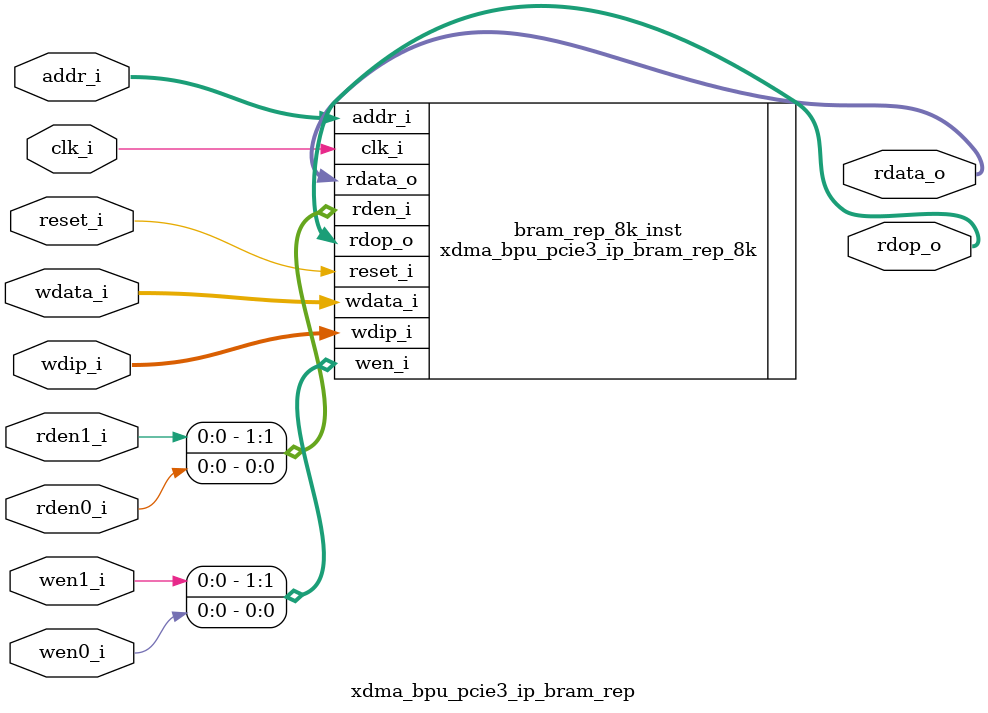
<source format=v>


`timescale 1ps/1ps

module xdma_bpu_pcie3_ip_bram_rep 
 #(
  parameter TCQ = 100
  ) (
  input  wire         clk_i,
  input  wire         reset_i,
  input  wire   [8:0] addr_i,
  input  wire [127:0] wdata_i,
  input  wire  [15:0] wdip_i,
  input  wire         wen0_i,
  input  wire         wen1_i,
  input  wire         rden0_i,
  input  wire         rden1_i,
  output wire [127:0] rdata_o,
  output wire  [15:0] rdop_o
  );

  xdma_bpu_pcie3_ip_bram_rep_8k 
 #(
    .TCQ (TCQ))
  bram_rep_8k_inst (
    .clk_i (clk_i),
    .reset_i (reset_i),
    .addr_i (addr_i[8:0]),
    .wdata_i (wdata_i[127:0]),
    .wdip_i (wdip_i[15:0]),
    .wen_i ({wen1_i, wen0_i}),
    .rden_i ({rden1_i,rden0_i}),
    .rdata_o (rdata_o[127:0]),
    .rdop_o (rdop_o[15:0])
  );

endmodule

</source>
